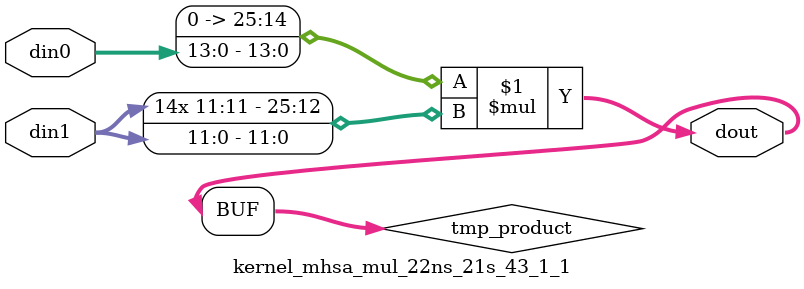
<source format=v>

`timescale 1 ns / 1 ps

 module kernel_mhsa_mul_22ns_21s_43_1_1(din0, din1, dout);
parameter ID = 1;
parameter NUM_STAGE = 0;
parameter din0_WIDTH = 14;
parameter din1_WIDTH = 12;
parameter dout_WIDTH = 26;

input [din0_WIDTH - 1 : 0] din0; 
input [din1_WIDTH - 1 : 0] din1; 
output [dout_WIDTH - 1 : 0] dout;

wire signed [dout_WIDTH - 1 : 0] tmp_product;

























assign tmp_product = $signed({1'b0, din0}) * $signed(din1);










assign dout = tmp_product;





















endmodule

</source>
